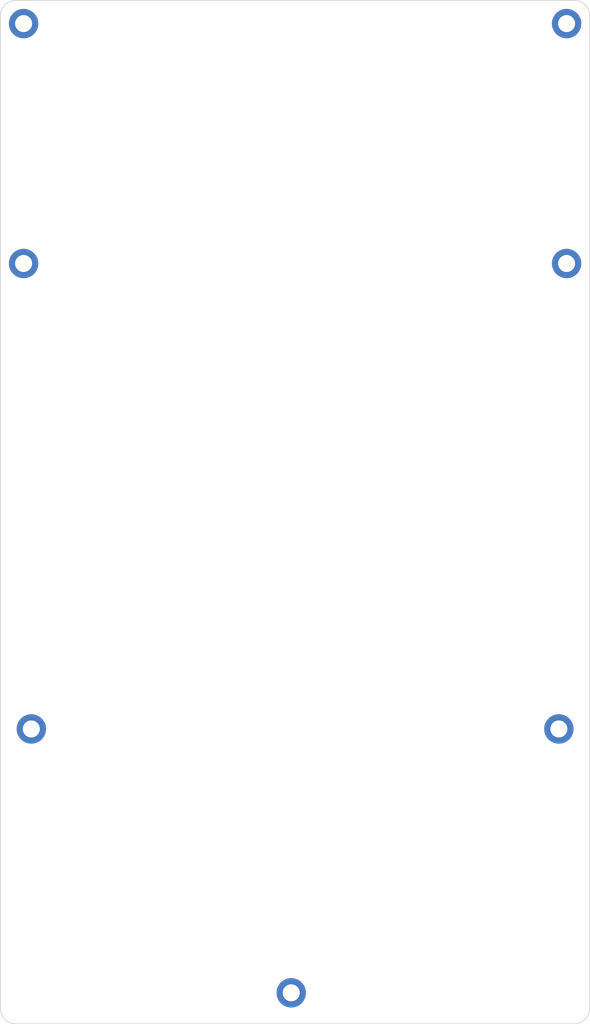
<source format=kicad_pcb>
(kicad_pcb (version 20221018) (generator pcbnew)
  (layers (0 "F.Cu" signal) (31 "B.Cu" signal) (34 "B.Paste" user) (35 "F.Paste" user) (36 "B.SilkS" user "B.Silkscreen") (37 "F.SilkS" user "F.Silkscreen") (38 "B.Mask" user) (39 "F.Mask" user) (44 "Edge.Cuts" user))
  (net 0 "")
  (footprint "" (layer "F.Cu") (at 154.2 39.68)
    (fp_text reference "" (at 0 0) (layer "F.SilkS") (effects (font (size 1.27 1.27))))
    (fp_text value "" (at 0 0) (layer "F.SilkS") (effects (font (size 1.27 1.27))))
    (pad "1" thru_hole circle (at 0 0) (size 3.8 3.8) (drill 2.2) (layers "*.Cu" "*.Mask"))
  )
  (footprint "" (layer "F.Cu") (at 154.2 70.68)
    (fp_text reference "" (at 0 0) (layer "F.SilkS") (effects (font (size 1.27 1.27))))
    (fp_text value "" (at 0 0) (layer "F.SilkS") (effects (font (size 1.27 1.27))))
    (pad "1" thru_hole circle (at 0 0) (size 3.8 3.8) (drill 2.2) (layers "*.Cu" "*.Mask"))
  )
  (footprint "" (layer "F.Cu") (at 85 130.83)
    (fp_text reference "" (at 0 0) (layer "F.SilkS") (effects (font (size 1.27 1.27))))
    (fp_text value "" (at 0 0) (layer "F.SilkS") (effects (font (size 1.27 1.27))))
    (pad "1" thru_hole circle (at 0 0) (size 3.8 3.8) (drill 2.2) (layers "*.Cu" "*.Mask"))
  )
  (footprint "" (layer "F.Cu") (at 118.6 164.93)
    (fp_text reference "" (at 0 0) (layer "F.SilkS") (effects (font (size 1.27 1.27))))
    (fp_text value "" (at 0 0) (layer "F.SilkS") (effects (font (size 1.27 1.27))))
    (pad "1" thru_hole circle (at 0 0) (size 3.8 3.8) (drill 2.2) (layers "*.Cu" "*.Mask"))
  )
  (footprint "" (layer "F.Cu") (at 84 39.68)
    (fp_text reference "" (at 0 0) (layer "F.SilkS") (effects (font (size 1.27 1.27))))
    (fp_text value "" (at 0 0) (layer "F.SilkS") (effects (font (size 1.27 1.27))))
    (pad "1" thru_hole circle (at 0 0) (size 3.8 3.8) (drill 2.2) (layers "*.Cu" "*.Mask"))
  )
  (footprint "" (layer "F.Cu") (at 84 70.68)
    (fp_text reference "" (at 0 0) (layer "F.SilkS") (effects (font (size 1.27 1.27))))
    (fp_text value "" (at 0 0) (layer "F.SilkS") (effects (font (size 1.27 1.27))))
    (pad "1" thru_hole circle (at 0 0) (size 3.8 3.8) (drill 2.2) (layers "*.Cu" "*.Mask"))
  )
  (footprint "" (layer "F.Cu") (at 153.2 130.83)
    (fp_text reference "" (at 0 0) (layer "F.SilkS") (effects (font (size 1.27 1.27))))
    (fp_text value "" (at 0 0) (layer "F.SilkS") (effects (font (size 1.27 1.27))))
    (pad "1" thru_hole circle (at 0 0) (size 3.8 3.8) (drill 2.2) (layers "*.Cu" "*.Mask"))
  )
  (gr_line (start 155.2 168.93) (end 83 168.93) (stroke (width 0.1)) (layer "Edge.Cuts"))
  (gr_arc (start 83 168.93) (mid 81.585786 168.344214) (end 81 166.93) (stroke (width 0.1)) (layer "Edge.Cuts"))
  (gr_line (start 81 38.68) (end 81 166.93) (stroke (width 0.1)) (layer "Edge.Cuts"))
  (gr_line (start 155.2 36.68) (end 83 36.68) (stroke (width 0.1)) (layer "Edge.Cuts"))
  (gr_arc (start 157.2 166.93) (mid 156.614214 168.344214) (end 155.2 168.93) (stroke (width 0.1)) (layer "Edge.Cuts"))
  (gr_line (start 157.2 38.68) (end 157.2 166.93) (stroke (width 0.1)) (layer "Edge.Cuts"))
  (gr_arc (start 155.2 36.68) (mid 156.614214 37.265786) (end 157.2 38.68) (stroke (width 0.1)) (layer "Edge.Cuts"))
  (gr_arc (start 81 38.68) (mid 81.585786 37.265786) (end 83 36.68) (stroke (width 0.1)) (layer "Edge.Cuts"))
)
</source>
